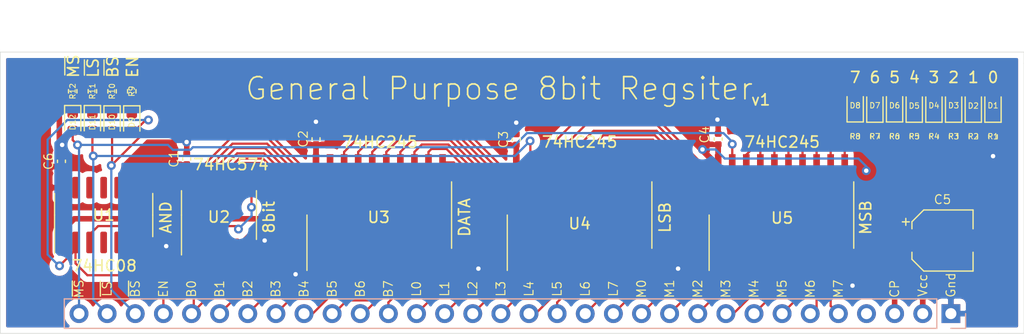
<source format=kicad_pcb>
(kicad_pcb (version 20211014) (generator pcbnew)
  (layers (0 "F.Cu" signal) (31 "B.Cu" signal) (34 "B.Paste" user) (35 "F.Paste" user) (36 "B.SilkS" user "B.Silkscreen") (37 "F.SilkS" user "F.Silkscreen") (38 "B.Mask" user) (39 "F.Mask" user) (44 "Edge.Cuts" user))
  (net 0 "")
  (net 1 "Net-(U1-Pad3)")
  (net 2 "VCC")
  (net 3 "GND")
  (net 4 "BUS_07")
  (net 5 "BUS_06")
  (net 6 "BUS_05")
  (net 7 "BUS_04")
  (net 8 "BUS_03")
  (net 9 "BUS_02")
  (net 10 "BUS_01")
  (net 11 "BUS_00")
  (net 12 "CLOCK")
  (net 13 "Net-(D1-Pad1)")
  (net 14 "A0")
  (net 15 "A1")
  (net 16 "A2")
  (net 17 "A3")
  (net 18 "A4")
  (net 19 "A5")
  (net 20 "A6")
  (net 21 "A7")
  (net 22 "Net-(D2-Pad1)")
  (net 23 "Net-(D3-Pad1)")
  (net 24 "Net-(D4-Pad1)")
  (net 25 "Net-(D5-Pad1)")
  (net 26 "Net-(D6-Pad1)")
  (net 27 "Net-(D7-Pad1)")
  (net 28 "Net-(D8-Pad1)")
  (net 29 "Net-(D9-Pad1)")
  (net 30 "Net-(D10-Pad1)")
  (net 31 "Net-(D11-Pad1)")
  (net 32 "Net-(D12-Pad1)")
  (net 33 "RESET")
  (net 34 "/EN")
  (net 35 "/BUS_OUT")
  (net 36 "/LSB_OUT")
  (net 37 "/MSB_OUT")
  (net 38 "LSB_07")
  (net 39 "LSB_06")
  (net 40 "LSB_05")
  (net 41 "LSB_00")
  (net 42 "LSB_01")
  (net 43 "LSB_02")
  (net 44 "LSB_03")
  (net 45 "LSB_04")
  (net 46 "MSB_07")
  (net 47 "MSB_06")
  (net 48 "MSB_05")
  (net 49 "MSB_00")
  (net 50 "MSB_01")
  (net 51 "MSB_02")
  (net 52 "MSB_03")
  (net 53 "MSB_04")
  (footprint "Capacitor_SMD:CP_Elec_5x5.8" (layer "F.Cu") (at 201.682 83.312)
    (fp_text reference "C5")
    (fp_text value "SMD-ECAP-5x5.8")
  )
  (footprint "LED_SMD:LED_0603_1608Metric" (layer "F.Cu") (at 128.462 72.63 -90)
    (fp_text reference "D9")
    (fp_text value "19-217/BHC-ZL1M2RY/3T")
  )
  (footprint "LED_SMD:LED_0603_1608Metric" (layer "F.Cu") (at 126.684 72.63 -90)
    (fp_text reference "D10")
    (fp_text value "19-217/BHC-ZL1M2RY/3T")
  )
  (footprint "LED_SMD:LED_0603_1608Metric" (layer "F.Cu") (at 124.906 72.6045 -90)
    (fp_text reference "D11")
    (fp_text value "19-217/BHC-ZL1M2RY/3T")
  )
  (footprint "LED_SMD:LED_0603_1608Metric" (layer "F.Cu") (at 123.128 72.6045 -90)
    (fp_text reference "D12")
    (fp_text value "19-217/BHC-ZL1M2RY/3T")
  )
  (footprint "Resistor_SMD:R_0402_1005Metric" (layer "F.Cu") (at 128.462 69.836 90)
    (fp_text reference "R9")
    (fp_text value "0402WGF1001TCE")
  )
  (footprint "Resistor_SMD:R_0402_1005Metric" (layer "F.Cu") (at 126.684 69.838 90)
    (fp_text reference "R10")
    (fp_text value "0402WGF1001TCE")
  )
  (footprint "Resistor_SMD:R_0402_1005Metric" (layer "F.Cu") (at 124.906 69.834 90)
    (fp_text reference "R11")
    (fp_text value "0402WGF1001TCE")
  )
  (footprint "Resistor_SMD:R_0402_1005Metric" (layer "F.Cu") (at 123.128 69.834 90)
    (fp_text reference "R12")
    (fp_text value "0402WGF1001TCE")
  )
  (footprint "Package_SO:SOIC-14_3.9x8.7mm_P1.27mm" (layer "F.Cu") (at 125.922 81.012 90)
    (fp_text reference "U1")
    (fp_text value "74HC08D,653")
  )
  (footprint "Capacitor_SMD:C_0402_1005Metric" (layer "F.Cu") (at 122.112 76.158 90)
    (fp_text reference "C6")
    (fp_text value "CL05A106MQ5NUNC")
  )
  (footprint "Package_SO:TSSOP-20_4.4x6.5mm_P0.65mm" (layer "F.Cu") (at 136.336 81.012 90)
    (fp_text reference "U2")
    (fp_text value "74HC574PW,118")
  )
  (footprint "Capacitor_SMD:C_0402_1005Metric" (layer "F.Cu") (at 133.424 75.948 90)
    (fp_text reference "C1")
    (fp_text value "CL05A106MQ5NUNC")
  )
  (footprint "LED_SMD:LED_0603_1608Metric" (layer "F.Cu") (at 197.352 71.12 90)
    (fp_text reference "D6")
    (fp_text value "19-217/GHC-YR1S2/3T")
  )
  (footprint "LED_SMD:LED_0603_1608Metric" (layer "F.Cu") (at 193.796 71.12 90)
    (fp_text reference "D8")
    (fp_text value "19-217/GHC-YR1S2/3T")
  )
  (footprint "Capacitor_SMD:C_0402_1005Metric" (layer "F.Cu") (at 181.422 74.148 90)
    (fp_text reference "C4")
    (fp_text value "CL05A106MQ5NUNC")
  )
  (footprint "Capacitor_SMD:C_0402_1005Metric" (layer "F.Cu") (at 145.104 74.138 90)
    (fp_text reference "C2")
    (fp_text value "CL05A106MQ5NUNC")
  )
  (footprint "Capacitor_SMD:C_0402_1005Metric" (layer "F.Cu") (at 163.188 74.188 90)
    (fp_text reference "C3")
    (fp_text value "CL05A106MQ5NUNC")
  )
  (footprint "Package_SO:SO-20_12.8x7.5mm_P1.27mm" (layer "F.Cu") (at 168.9056 81.012 90)
    (fp_text reference "U4")
    (fp_text value "74HC245D,653")
  )
  (footprint "Package_SO:SO-20_12.8x7.5mm_P1.27mm" (layer "F.Cu") (at 150.814 81.012 90)
    (fp_text reference "U3")
    (fp_text value "74HC245D,653")
  )
  (footprint "Package_SO:SO-20_12.8x7.5mm_P1.27mm" (layer "F.Cu") (at 187.136 81.012 90)
    (fp_text reference "U5")
    (fp_text value "74HC245D,653")
  )
  (footprint "Resistor_SMD:R_0402_1005Metric" (layer "F.Cu") (at 197.352 73.914 -90)
    (fp_text reference "R6")
    (fp_text value "0402WGF1001TCE")
  )
  (footprint "Resistor_SMD:R_0402_1005Metric" (layer "F.Cu") (at 199.13 73.912 -90)
    (fp_text reference "R5")
    (fp_text value "0402WGF1001TCE")
  )
  (footprint "Resistor_SMD:R_0402_1005Metric" (layer "F.Cu") (at 200.908 73.916 -90)
    (fp_text reference "R4")
    (fp_text value "0402WGF1001TCE")
  )
  (footprint "Resistor_SMD:R_0402_1005Metric" (layer "F.Cu") (at 202.686 73.914 -90)
    (fp_text reference "R3")
    (fp_text value "0402WGF1001TCE")
  )
  (footprint "LED_SMD:LED_0603_1608Metric" (layer "F.Cu") (at 195.574 71.1455 90)
    (fp_text reference "D7")
    (fp_text value "19-217/GHC-YR1S2/3T")
  )
  (footprint "LED_SMD:LED_0603_1608Metric" (layer "F.Cu") (at 199.13 71.1455 90)
    (fp_text reference "D5")
    (fp_text value "19-217/GHC-YR1S2/3T")
  )
  (footprint "LED_SMD:LED_0603_1608Metric" (layer "F.Cu") (at 206.242 71.1455 90)
    (fp_text reference "D1")
    (fp_text value "19-217/GHC-YR1S2/3T")
  )
  (footprint "Resistor_SMD:R_0402_1005Metric" (layer "F.Cu") (at 206.242 73.914 -90)
    (fp_text reference "R1")
    (fp_text value "0402WGF1001TCE")
  )
  (footprint "LED_SMD:LED_0603_1608Metric" (layer "F.Cu") (at 202.686 71.1455 90)
    (fp_text reference "D3")
    (fp_text value "19-217/GHC-YR1S2/3T")
  )
  (footprint "Resistor_SMD:R_0402_1005Metric" (layer "F.Cu") (at 204.464 73.914 -90)
    (fp_text reference "R2")
    (fp_text value "0402WGF1001TCE")
  )
  (footprint "LED_SMD:LED_0603_1608Metric" (layer "F.Cu") (at 204.464 71.1455 90)
    (fp_text reference "D2")
    (fp_text value "19-217/GHC-YR1S2/3T")
  )
  (footprint "Resistor_SMD:R_0402_1005Metric" (layer "F.Cu") (at 193.796 73.914 -90)
    (fp_text reference "R8")
    (fp_text value "0402WGF1001TCE")
  )
  (footprint "Resistor_SMD:R_0402_1005Metric" (layer "F.Cu") (at 195.574 73.914 -90)
    (fp_text reference "R7")
    (fp_text value "0402WGF1001TCE")
  )
  (footprint "LED_SMD:LED_0603_1608Metric" (layer "F.Cu") (at 200.908 71.1455 90)
    (fp_text reference "D4")
    (fp_text value "19-217/GHC-YR1S2/3T")
  )
  (footprint "Connector_PinHeader_2.54mm:PinHeader_1x32_P2.54mm_Vertical" (layer "B.Cu") (at 202.438 89.916 90)
    (fp_text reference "J1" hide)
    (fp_text value "Conn_01x32" hide)
  )
  (gr_line (start 125.954 66.998) (end 125.954 68.378) (layer "F.SilkS") (width 0.12))
  (gr_line (start 125.624 86.978) (end 125.624 88.328) (layer "F.SilkS") (width 0.12))
  (gr_line (start 128.174 86.978) (end 128.174 88.328) (layer "F.SilkS") (width 0.12))
  (gr_line (start 124.184 66.998) (end 124.184 68.378) (layer "F.SilkS") (width 0.12))
  (gr_line (start 123.094 86.978) (end 123.094 88.328) (layer "F.SilkS") (width 0.12))
  (gr_line (start 122.414 66.718) (end 122.414 68.358) (layer "F.SilkS") (width 0.12))
  (gr_line (start 209.042 67.31) (end 209.042 91.694) (layer "Edge.Cuts") (width 0.05))
  (gr_line (start 116.586 67.31) (end 116.586 91.694) (layer "Edge.Cuts") (width 0.05))
  (gr_line (start 206.756 91.694) (end 209.042 91.694) (layer "Edge.Cuts") (width 0.05))
  (gr_line (start 116.586 66.294) (end 116.586 67.31) (layer "Edge.Cuts") (width 0.05))
  (gr_line (start 116.586 91.694) (end 206.756 91.694) (layer "Edge.Cuts") (width 0.05))
  (gr_line (start 209.042 67.31) (end 209.042 66.294) (layer "Edge.Cuts") (width 0.05))
  (gr_line (start 209.042 66.294) (end 116.586 66.294) (layer "Edge.Cuts") (width 0.05))
  (gr_text "1" (at 204.47 68.58) (layer "F.SilkS") (effects (font (size 1 1))))
  (gr_text "2" (at 202.692 68.58) (layer "F.SilkS") (effects (font (size 1 1))))
  (gr_text "3" (at 200.914 68.58) (layer "F.SilkS") (effects (font (size 1 1))))
  (gr_text "4" (at 199.136 68.58) (layer "F.SilkS") (effects (font (size 1 1))))
  (gr_text "5" (at 197.358 68.58) (layer "F.SilkS") (effects (font (size 1 1))))
  (gr_text "6" (at 195.58 68.58) (layer "F.SilkS") (effects (font (size 1 1))))
  (gr_text "7" (at 193.802 68.58) (layer "F.SilkS") (effects (font (size 1 1))))
  (gr_text "LS" (at 124.964 67.718 90) (layer "F.SilkS") (effects (font (size 1 1))))
  (gr_text "BS" (at 126.744 67.628 90) (layer "F.SilkS") (effects (font (size 1 1))))
  (gr_text "EN" (at 128.524 67.628 90) (layer "F.SilkS") (effects (font (size 1 1))))
  (gr_text "MS" (at 123.19 67.564 90) (layer "F.SilkS") (effects (font (size 1 1))))
  (gr_text "MS" (at 123.694 87.678 90) (layer "F.SilkS") (effects (font (size 0.8 0.8) (thickness 0.1))))
  (gr_text "LS" (at 126.234 87.678 90) (layer "F.SilkS") (effects (font (size 0.8 0.8) (thickness 0.1))))
  (gr_text "BS" (at 128.774 87.678 90) (layer "F.SilkS") (effects (font (size 0.8 0.8) (thickness 0.1))))
  (gr_text "EN" (at 131.314 87.678 90) (layer "F.SilkS") (effects (font (size 0.8 0.8) (thickness 0.1))))
  (gr_text "B0" (at 133.854 87.678 90) (layer "F.SilkS") (effects (font (size 0.8 0.8) (thickness 0.1))))
  (gr_text "B1" (at 136.394 87.678 90) (layer "F.SilkS") (effects (font (size 0.8 0.8) (thickness 0.1))))
  (gr_text "B2" (at 138.934 87.678 90) (layer "F.SilkS") (effects (font (size 0.8 0.8) (thickness 0.1))))
  (gr_text "B3" (at 141.474 87.678 90) (layer "F.SilkS") (effects (font (size 0.8 0.8) (thickness 0.1))))
  (gr_text "B4" (at 144.014 87.678 90) (layer "F.SilkS") (effects (font (size 0.8 0.8) (thickness 0.1))))
  (gr_text "B5" (at 146.554 87.678 90) (layer "F.SilkS") (effects (font (size 0.8 0.8) (thickness 0.1))))
  (gr_text "B6" (at 149.094 87.678 90) (layer "F.SilkS") (effects (font (size 0.8 0.8) (thickness 0.1))))
  (gr_text "B7" (at 151.634 87.678 90) (layer "F.SilkS") (effects (font (size 0.8 0.8) (thickness 0.1))))
  (gr_text "L0" (at 154.174 87.678 90) (layer "F.SilkS") (effects (font (size 0.8 0.8) (thickness 0.1))))
  (gr_text "L1" (at 156.714 87.678 90) (layer "F.SilkS") (effects (font (size 0.8 0.8) (thickness 0.1))))
  (gr_text "L2" (at 159.254 87.678 90) (layer "F.SilkS") (effects (font (size 0.8 0.8) (thickness 0.1))))
  (gr_text "L3" (at 161.794 87.678 90) (layer "F.SilkS") (effects (font (size 0.8 0.8) (thickness 0.1))))
  (gr_text "L4" (at 164.334 87.678 90) (layer "F.SilkS") (effects (font (size 0.8 0.8) (thickness 0.1))))
  (gr_text "L5" (at 166.874 87.678 90) (layer "F.SilkS") (effects (font (size 0.8 0.8) (thickness 0.1))))
  (gr_text "L6" (at 169.414 87.678 90) (layer "F.SilkS") (effects (font (size 0.8 0.8) (thickness 0.1))))
  (gr_text "L7" (at 171.954 87.678 90) (layer "F.SilkS") (effects (font (size 0.8 0.8) (thickness 0.1))))
  (gr_text "M0" (at 174.494 87.678 90) (layer "F.SilkS") (effects (font (size 0.8 0.8) (thickness 0.1))))
  (gr_text "M1" (at 177.034 87.678 90) (layer "F.SilkS") (effects (font (size 0.8 0.8) (thickness 0.1))))
  (gr_text "M2" (at 179.574 87.678 90) (layer "F.SilkS") (effects (font (size 0.8 0.8) (thickness 0.1))))
  (gr_text "M3" (at 182.114 87.678 90) (layer "F.SilkS") (effects (font (size 0.8 0.8) (thickness 0.1))))
  (gr_text "M4" (at 184.654 87.678 90) (layer "F.SilkS") (effects (font (size 0.8 0.8) (thickness 0.1))))
  (gr_text "M5" (at 187.194 87.678 90) (layer "F.SilkS") (effects (font (size 0.8 0.8) (thickness 0.1))))
  (gr_text "M6" (at 189.734 87.678 90) (layer "F.SilkS") (effects (font (size 0.8 0.8) (thickness 0.1))))
  (gr_text "M7" (at 192.274 87.678 90) (layer "F.SilkS") (effects (font (size 0.8 0.8) (thickness 0.1))))
  (gr_text "CP" (at 197.354 87.678 90) (layer "F.SilkS") (effects (font (size 0.8 0.8) (thickness 0.1))))
  (gr_text "Vcc" (at 199.894 87.358 90) (layer "F.SilkS") (effects (font (size 0.8 0.8) (thickness 0.1))))
  (gr_text "Gnd" (at 202.434 87.338 90) (layer "F.SilkS") (effects (font (size 0.8 0.8) (thickness 0.1))))
  (gr_text "LSB" (at 176.614 81.228 90) (layer "F.SilkS") (effects (font (size 1 1))))
  (gr_text "DATA" (at 158.514 81.228 90) (layer "F.SilkS") (effects (font (size 1 1))))
  (gr_text "AND" (at 131.534 81.218 90) (layer "F.SilkS") (effects (font (size 1 1))))
  (gr_text "8bit" (at 140.854 81.208 90) (layer "F.SilkS") (effects (font (size 1 1))))
  (gr_text "MSB" (at 194.744 81.238 90) (layer "F.SilkS") (effects (font (size 1 1))))
  (gr_text "v1" (at 185.272 70.606) (layer "F.SilkS") (effects (font (size 1 1))))
  (gr_text "General Purpose 8bit Regsiter" (at 161.65 69.59) (layer "F.SilkS") (effects (font (size 2 2))))
  (gr_text "0" (at 206.248 68.58) (layer "F.SilkS") (effects (font (size 1 1))))
  (segment (start 124.652 82.78) (end 125.424 82.008) (width 0.2) (layer "F.Cu") (net 1))
  (segment (start 139.274 80.308) (end 139.274 78.1625) (width 0.2) (layer "F.Cu") (net 1))
  (segment (start 125.424 82.008) (end 137.824 82.008) (width 0.2) (layer "F.Cu") (net 1))
  (segment (start 139.274 78.1625) (end 139.261 78.1495) (width 0.2) (layer "F.Cu") (net 1))
  (segment (start 137.824 82.008) (end 138.094 82.278) (width 0.2) (layer "F.Cu") (net 1))
  (segment (start 124.652 83.487) (end 124.652 82.78) (width 0.2) (layer "F.Cu") (net 1))
  (via (at 139.274 80.308) (size 0.8) (drill 0.4) (layers "F.Cu" "B.Cu") (net 1))
  (via (at 138.094 82.278) (size 0.8) (drill 0.4) (layers "F.Cu" "B.Cu") (net 1))
  (segment (start 138.094 82.278) (end 139.284 81.088) (width 0.2) (layer "B.Cu") (net 1))
  (segment (start 139.284 81.088) (end 139.284 80.318) (width 0.2) (layer "B.Cu") (net 1))
  (segment (start 139.284 80.318) (end 139.274 80.308) (width 0.2) (layer "B.Cu") (net 1))
  (segment (start 133.411 76.441) (end 133.424 76.428) (width 0.25) (layer "F.Cu") (net 2))
  (segment (start 181.422 74.628) (end 181.422 76.261) (width 0.5) (layer "F.Cu") (net 2))
  (segment (start 163.188 74.668) (end 163.188 76.2594) (width 0.5) (layer "F.Cu") (net 2))
  (segment (start 145.104 74.618) (end 145.104 76.257) (width 0.5) (layer "F.Cu") (net 2))
  (segment (start 199.482 83.312) (end 199.482 86.452) (width 0.5) (layer "F.Cu") (net 2))
  (segment (start 181.422 76.261) (end 181.421 76.262) (width 0.5) (layer "F.Cu") (net 2))
  (segment (start 199.482 86.452) (end 199.898 86.868) (width 0.5) (layer "F.Cu") (net 2))
  (segment (start 181.138 76.262) (end 180.004 75.128) (width 0.5) (layer "F.Cu") (net 2))
  (segment (start 199.898 86.868) (end 199.898 89.916) (width 0.5) (layer "F.Cu") (net 2))
  (segment (start 133.411 78.1495) (end 133.411 76.441) (width 0.25) (layer "F.Cu") (net 2))
  (segment (start 145.104 76.257) (end 145.099 76.262) (width 0.5) (layer "F.Cu") (net 2))
  (segment (start 122.112 76.638) (end 122.112 78.537) (width 0.25) (layer "F.Cu") (net 2))
  (segment (start 180.004 75.128) (end 180.004 75.088) (width 0.5) (layer "F.Cu") (net 2))
  (segment (start 163.188 76.2594) (end 163.1906 76.262) (width 0.5) (layer "F.Cu") (net 2))
  (segment (start 181.421 76.262) (end 181.138 76.262) (width 0.5) (layer "F.Cu") (net 2))
  (via (at 194.794 77.008) (size 0.8) (drill 0.4) (layers "F.Cu" "B.Cu") (net 2))
  (via (at 180.004 75.088) (size 0.8) (drill 0.4) (layers "F.Cu" "B.Cu") (net 2))
  (segment (start 194.794 76.618) (end 194.794 77.008) (width 0.2) (layer "B.Cu") (net 2))
  (segment (start 194.084 75.908) (end 194.794 76.618) (width 0.2) (layer "B.Cu") (net 2))
  (segment (start 180.004 75.088) (end 181.194 75.088) (width 0.2) (layer "B.Cu") (net 2))
  (segment (start 181.194 75.088) (end 182.014 75.908) (width 0.2) (layer "B.Cu") (net 2))
  (segment (start 182.014 75.908) (end 194.084 75.908) (width 0.2) (layer "B.Cu") (net 2))
  (segment (start 145.108 73.64) (end 145.108 72.668) (width 0.5) (layer "F.Cu") (net 3))
  (segment (start 133.428 75.47) (end 133.428 74.498) (width 0.5) (layer "F.Cu") (net 3))
  (segment (start 163.198 73.72) (end 163.198 72.748) (width 0.5) (layer "F.Cu") (net 3))
  (segment (start 128.46 69.324) (end 128.462 69.326) (width 0.5) (layer "F.Cu") (net 3))
  (segment (start 181.446 85.917) (end 177.865 85.917) (width 0.5) (layer "F.Cu") (net 3))
  (segment (start 129.732 83.487) (end 131.239 83.487) (width 0.5) (layer "F.Cu") (net 3))
  (segment (start 121.92 70.212) (end 121.92 74.422) (width 0.5) (layer "F.Cu") (net 3))
  (segment (start 192.851 86.685) (end 193.554 87.388) (width 0.5) (layer "F.Cu") (net 3))
  (segment (start 123.128 69.324) (end 122.808 69.324) (width 0.5) (layer "F.Cu") (net 3))
  (segment (start 123.128 69.324) (end 128.46 69.324) (width 0.5) (layer "F.Cu") (net 3))
  (segment (start 139.261 83.8745) (end 139.8995 83.8745) (width 0.5) (layer "F.Cu") (net 3))
  (segment (start 159.676 85.762) (end 159.766 85.852) (width 0.5) (layer "F.Cu") (net 3))
  (segment (start 156.529 85.762) (end 159.676 85.762) (width 0.5) (layer "F.Cu") (net 3))
  (segment (start 133.411 83.8745) (end 131.6265 83.8745) (width 0.5) (layer "F.Cu") (net 3))
  (segment (start 181.422 73.668) (end 181.422 72.456) (width 0.5) (layer "F.Cu") (net 3))
  (segment (start 177.71 85.762) (end 177.8 85.852) (width 0.5) (layer "F.Cu") (net 3))
  (segment (start 193.796 74.424) (end 206.242 74.424) (width 0.5) (layer "F.Cu") (net 3))
  (segment (start 174.6206 85.762) (end 177.71 85.762) (width 0.5) (layer "F.Cu") (net 3))
  (segment (start 192.851 85.762) (end 192.851 86.685) (width 0.5) (layer "F.Cu") (net 3))
  (segment (start 203.882 86.44) (end 202.438 87.884) (width 0.5) (layer "F.Cu") (net 3))
  (segment (start 177.865 85.917) (end 177.8 85.852) (width 0.5) (layer "F.Cu") (net 3))
  (segment (start 131.6265 83.8745) (end 131.572 83.82) (width 0.5) (layer "F.Cu") (net 3))
  (segment (start 202.438 87.884) (end 202.438 89.916) (width 0.5) (layer "F.Cu") (net 3))
  (segment (start 206.248 75.438) (end 206.248 75.692) (width 0.5) (layer "F.Cu") (net 3))
  (segment (start 206.242 75.432) (end 206.248 75.438) (width 0.5) (layer "F.Cu") (net 3))
  (segment (start 203.882 83.312) (end 203.882 86.44) (width 0.5) (layer "F.Cu") (net 3))
  (segment (start 143.854 85.762) (end 143.256 86.36) (width 0.5) (layer "F.Cu") (net 3))
  (segment (start 181.422 72.456) (end 181.356 72.39) (width 0.5) (layer "F.Cu") (net 3))
  (segment (start 131.239 83.487) (end 131.572 83.82) (width 0.5) (layer "F.Cu") (net 3))
  (segment (start 121.92 74.422) (end 122.174 74.676) (width 0.5) (layer "F.Cu") (net 3))
  (segment (start 159.856 85.762) (end 159.766 85.852) (width 0.5) (layer "F.Cu") (net 3))
  (segment (start 139.8995 83.8745) (end 140.462 83.312) (width 0.5) (layer "F.Cu") (net 3))
  (segment (start 122.112 75.678) (end 122.174 74.676) (width 0.5) (layer "F.Cu") (net 3))
  (segment (start 122.808 69.324) (end 121.92 70.212) (width 0.5) (layer "F.Cu") (net 3))
  (segment (start 145.099 85.762) (end 143.854 85.762) (width 0.5) (layer "F.Cu") (net 3))
  (segment (start 206.242 74.424) (end 206.242 75.432) (width 0.5) (layer "F.Cu") (net 3))
  (segment (start 163.1906 85.762) (end 159.856 85.762) (width 0.5) (layer "F.Cu") (net 3))
  (via (at 177.8 85.852) (size 0.8) (drill 0.4) (layers "F.Cu" "B.Cu") (net 3))
  (via (at 159.766 85.852) (size 0.8) (drill 0.4) (layers "F.Cu" "B.Cu") (net 3))
  (via (at 131.572 83.82) (size 0.8) (drill 0.4) (layers "F.Cu" "B.Cu") (net 3))
  (via (at 145.094 72.588) (size 0.8) (drill 0.4) (layers "F.Cu" "B.Cu") (net 3))
  (via (at 133.414 74.418) (size 0.8) (drill 0.4) (layers "F.Cu" "B.Cu") (net 3))
  (via (at 163.184 72.668) (size 0.8) (drill 0.4) (layers "F.Cu" "B.Cu") (net 3))
  (via (at 193.554 87.388) (size 0.8) (drill 0.4) (layers "F.Cu" "B.Cu") (net 3))
  (via (at 140.462 83.312) (size 0.8) (drill 0.4) (layers "F.Cu" "B.Cu") (net 3))
  (via (at 143.256 86.36) (size 0.8) (drill 0.4) (layers "F.Cu" "B.Cu") (net 3))
  (via (at 122.174 74.676) (size 0.8) (drill 0.4) (layers "F.Cu" "B.Cu") (net 3))
  (via (at 181.356 72.39) (size 0.8) (drill 0.4) (layers "F.Cu" "B.Cu") (net 3))
  (via (at 206.248 75.692) (size 0.8) (drill 0.4) (layers "F.Cu" "B.Cu") (net 3))
  (segment (start 151.638 88.9) (end 151.638 89.916) (width 0.2) (layer "F.Cu") (net 4))
  (segment (start 152.146 88.392) (end 151.638 88.9) (width 0.2) (layer "F.Cu") (net 4))
  (segment (start 138.611 83.131) (end 139.7 82.042) (width 0.2) (layer "F.Cu") (net 4))
  (segment (start 152.489 82.042) (end 155.259 84.812) (width 0.2) (layer "F.Cu") (net 4))
  (segment (start 155.259 84.812) (end 155.259 85.762) (width 0.2) (layer "F.Cu") (net 4))
  (segment (start 155.259 86.712) (end 153.579 88.392) (width 0.2) (layer "F.Cu") (net 4))
  (segment (start 139.7 82.042) (end 152.489 82.042) (width 0.2) (layer "F.Cu") (net 4))
  (segment (start 153.579 88.392) (end 152.146 88.392) (width 0.2) (layer "F.Cu") (net 4))
  (segment (start 138.611 83.8745) (end 138.611 83.131) (width 0.2) (layer "F.Cu") (net 4))
  (segment (start 155.259 85.762) (end 155.259 86.712) (width 0.2) (layer "F.Cu") (net 4))
  (segment (start 153.989 85.762) (end 153.989 86.712) (width 0.2) (layer "F.Cu") (net 5))
  (segment (start 152.778978 87.922022) (end 151.370378 87.922022) (width 0.2) (layer "F.Cu") (net 5))
  (segment (start 137.961 83.8745) (end 137.961 84.612) (width 0.2) (layer "F.Cu") (net 5))
  (segment (start 139.887555 85.121945) (end 142.567489 82.442011) (width 0.2) (layer "F.Cu") (net 5))
  (segment (start 142.567489 82.442011) (end 151.619011 82.442011) (width 0.2) (layer "F.Cu") (net 5))
  (segment (start 153.989 84.812) (end 153.989 85.762) (width 0.2) (layer "F.Cu") (net 5))
  (segment (start 153.989 86.712) (end 152.778978 87.922022) (width 0.2) (layer "F.Cu") (net 5))
  (segment (start 138.470945 85.121945) (end 139.887555 85.121945) (width 0.2) (layer "F.Cu") (net 5))
  (segment (start 151.619011 82.442011) (end 153.989 84.812) (width 0.2) (layer "F.Cu") (net 5))
  (segment (start 151.370378 87.922022) (end 149.3764 89.916) (width 0.2) (layer "F.Cu") (net 5))
  (segment (start 137.961 84.612) (end 138.470945 85.121945) (width 0.2) (layer "F.Cu") (net 5))
  (segment (start 149.3764 89.916) (end 149.098 89.916) (width 0.2) (layer "F.Cu") (net 5))
  (segment (start 140.053244 85.521956) (end 142.733178 82.842022) (width 0.2) (layer "F.Cu") (net 6))
  (segment (start 137.311 84.612) (end 138.220956 85.521956) (width 0.2) (layer "F.Cu") (net 6))
  (segment (start 152.719 84.812) (end 152.719 85.762) (width 0.2) (layer "F.Cu") (net 6))
  (segment (start 150.004656 88.722044) (end 147.891756 88.722044) (width 0.2) (layer "F.Cu") (net 6))
  (segment (start 138.220956 85.521956) (end 140.053244 85.521956) (width 0.2) (layer "F.Cu") (net 6))
  (segment (start 147.891756 88.722044) (end 146.6978 89.916) (width 0.2) (layer "F.Cu") (net 6))
  (segment (start 142.733178 82.842022) (end 150.749022 82.842022) (width 0.2) (layer "F.Cu") (net 6))
  (segment (start 146.6978 89.916) (end 146.558 89.916) (width 0.2) (layer "F.Cu") (net 6))
  (segment (start 152.719 85.762) (end 152.719 86.0077) (width 0.2) (layer "F.Cu") (net 6))
  (segment (start 150.749022 82.842022) (end 152.719 84.812) (width 0.2) (layer "F.Cu") (net 6))
  (segment (start 137.311 83.8745) (end 137.311 84.612) (width 0.2) (layer "F.Cu") (net 6))
  (segment (start 152.719 86.0077) (end 150.004656 88.722044) (width 0.2) (layer "F.Cu") (net 6))
  (segment (start 140.218933 85.921967) (end 142.898867 83.242033) (width 0.2) (layer "F.Cu") (net 7))
  (segment (start 149.838967 88.322033) (end 146.391769 88.322033) (width 0.2) (layer "F.Cu") (net 7))
  (segment (start 136.661 84.612) (end 137.970967 85.921967) (width 0.2) (layer "F.Cu") (net 7))
  (segment (start 137.970967 85.921967) (end 140.218933 85.921967) (width 0.2) (layer "F.Cu") (net 7))
  (segment (start 151.449 86.712) (end 149.838967 88.322033) (width 0.2) (layer "F.Cu") (net 7))
  (segment (start 151.449 84.812) (end 151.449 85.762) (width 0.2) (layer "F.Cu") (net 7))
  (segment (start 149.879033 83.242033) (end 151.449 84.812) (width 0.2) (layer "F.Cu") (net 7))
  (segment (start 151.449 85.762) (end 151.449 86.712) (width 0.2) (layer "F.Cu") (net 7))
  (segment (start 144.797802 89.916) (end 144.018 89.916) (width 0.2) (layer "F.Cu") (net 7))
  (segment (start 136.661 83.8745) (end 136.661 84.612) (width 0.2) (layer "F.Cu") (net 7))
  (segment (start 146.391769 88.322033) (end 144.797802 89.916) (width 0.2) (layer "F.Cu") (net 7))
  (segment (start 142.898867 83.242033) (end 149.879033 83.242033) (width 0.2) (layer "F.Cu") (net 7))
  (segment (start 140.384622 86.321978) (end 143.064556 83.642044) (width 0.2) (layer "F.Cu") (net 8))
  (segment (start 145.572069 88.576033) (end 142.817967 88.576033) (width 0.2) (layer "F.Cu") (net 8))
  (segment (start 149.153011 87.737989) (end 146.410113 87.737989) (width 0.2) (layer "F.Cu") (net 8))
  (segment (start 150.179 86.712) (end 149.153011 87.737989) (width 0.2) (layer "F.Cu") (net 8))
  (segment (start 143.064556 83.642044) (end 149.009044 83.642044) (width 0.2) (layer "F.Cu") (net 8))
  (segment (start 150.179 84.812) (end 150.179 85.762) (width 0.2) (layer "F.Cu") (net 8))
  (segment (start 136.011 83.8745) (end 136.011 84.612) (width 0.2) (layer "F.Cu") (net 8))
  (segment (start 137.720978 86.321978) (end 140.384622 86.321978) (width 0.2) (layer "F.Cu") (net 8))
  (segment (start 142.817967 88.576033) (end 141.478 89.916) (width 0.2) (layer "F.Cu") (net 8))
  (segment (start 136.011 84.612) (end 137.720978 86.321978) (width 0.2) (layer "F.Cu") (net 8))
  (segment (start 146.410113 87.737989) (end 145.572069 88.576033) (width 0.2) (layer "F.Cu") (net 8))
  (segment (start 150.179 85.762) (end 150.179 86.712) (width 0.2) (layer "F.Cu") (net 8))
  (segment (start 149.009044 83.642044) (end 150.179 84.812) (width 0.2) (layer "F.Cu") (net 8))
  (segment (start 148.283022 87.337978) (end 146.244424 87.337978) (width 0.2) (layer "F.Cu") (net 9))
  (segment (start 148.909 85.762) (end 148.909 86.712) (width 0.2) (layer "F.Cu") (net 9))
  (segment (start 141.276992 88.512108) (end 140.341892 88.512108) (width 0.2) (layer "F.Cu") (net 9))
  (segment (start 135.361 84.612) (end 137.470989 86.721989) (width 0.2) (layer "F.Cu") (net 9))
  (segment (start 143.230245 84.042055) (end 148.139055 84.042055) (width 0.2) (layer "F.Cu") (net 9))
  (segment (start 148.139055 84.042055) (end 148.909 84.812) (width 0.2) (layer "F.Cu") (net 9))
  (segment (start 148.909 86.712) (end 148.283022 87.337978) (width 0.2) (layer "F.Cu") (net 9))
  (segment (start 140.341892 88.512108) (end 138.938 89.916) (width 0.2) (layer "F.Cu") (net 9))
  (segment (start 135.361 83.8745) (end 135.361 84.612) (width 0.2) (layer "F.Cu") (net 9))
  (segment (start 146.244424 87.337978) (end 145.40638 88.176022) (width 0.2) (layer "F.Cu") (net 9))
  (segment (start 140.550311 86.721989) (end 143.230245 84.042055) (width 0.2) (layer "F.Cu") (net 9))
  (segment (start 148.909 84.812) (end 148.909 85.762) (width 0.2) (layer "F.Cu") (net 9))
  (segment (start 145.40638 88.176022) (end 141.613078 88.176022) (width 0.2) (layer "F.Cu") (net 9))
  (segment (start 141.613078 88.176022) (end 141.276992 88.512108) (width 0.2) (layer "F.Cu") (net 9))
  (segment (start 137.470989 86.721989) (end 140.550311 86.721989) (width 0.2) (layer "F.Cu") (net 9))
  (segment (start 141.111303 88.112097) (end 138.201903 88.112097) (width 0.2) (layer "F.Cu") (net 10))
  (segment (start 143.395934 84.442066) (end 147.269066 84.442066) (width 0.2) (layer "F.Cu") (net 10))
  (segment (start 134.711 83.8745) (end 134.711 84.612) (width 0.2) (layer "F.Cu") (net 10))
  (segment (start 134.711 84.612) (end 137.221 87.122) (width 0.2) (layer "F.Cu") (net 10))
  (segment (start 147.639 86.712) (end 147.413033 86.937967) (width 0.2) (layer "F.Cu") (net 10))
  (segment (start 147.413033 86.937967) (end 146.078735 86.937967) (width 0.2) (layer "F.Cu") (net 10))
  (segment (start 147.269066 84.442066) (end 147.639 84.812) (width 0.2) (layer "F.Cu") (net 10))
  (segment (start 141.447389 87.776011) (end 141.111303 88.112097) (width 0.2) (layer "F.Cu") (net 10))
  (segment (start 146.078735 86.937967) (end 145.240691 87.776011) (width 0.2) (layer "F.Cu") (net 10))
  (segment (start 137.221 87.122) (end 140.716 87.122) (width 0.2) (layer "F.Cu") (net 10))
  (segment (start 145.240691 87.776011) (end 141.447389 87.776011) (width 0.2) (layer "F.Cu") (net 10))
  (segment (start 140.716 87.122) (end 143.395934 84.442066) (width 0.2) (layer "F.Cu") (net 10))
  (segment (start 147.639 84.812) (end 147.639 85.762) (width 0.2) (layer "F.Cu") (net 10))
  (segment (start 147.639 85.762) (end 147.639 86.712) (width 0.2) (layer "F.Cu") (net 10))
  (segment (start 138.201903 88.112097) (end 136.398 89.916) (width 0.2) (layer "F.Cu") (net 10))
  (segment (start 141.2817 87.376) (end 140.945614 87.712086) (width 0.2) (layer "F.Cu") (net 11))
  (segment (start 134.061 83.8745) (end 134.061 89.713) (width 0.2) (layer "F.Cu") (net 11))
  (segment (start 146.369 86.082002) (end 145.075002 87.376) (width 0.2) (layer "F.Cu") (net 11))
  (segment (start 140.945614 87.712086) (end 136.061914 87.712086) (width 0.2) (layer "F.Cu") (net 11))
  (segment (start 134.061 89.713) (end 133.858 89.916) (width 0.2) (layer "F.Cu") (net 11))
  (segment (start 136.061914 87.712086) (end 133.858 89.916) (width 0.2) (layer "F.Cu") (net 11))
  (segment (start 145.075002 87.376) (end 141.2817 87.376) (width 0.2) (layer "F.Cu") (net 11))
  (segment (start 146.369 85.762) (end 146.369 86.082002) (width 0.2) (layer "F.Cu") (net 11))
  (segment (start 153.644 81.348) (end 147.536433 81.348) (width 0.5) (layer "F.Cu") (net 12))
  (segment (start 197.358 87.312) (end 193.014 82.968) (width 0.5) (layer "F.Cu") (net 12))
  (segment (start 155.264 82.968) (end 153.644 81.348) (width 0.5) (layer "F.Cu") (net 12))
  (segment (start 143.273667 81.348) (end 123.276 81.348) (width 0.5) (layer "F.Cu") (net 12))
  (segment (start 147.536433 81.348) (end 147.516422 81.368011) (width 0.5) (layer "F.Cu") (net 12))
  (segment (start 122.112 82.512) (end 122.112 83.487) (width 0.5) (layer "F.Cu") (net 12))
  (segment (start 193.014 82.968) (end 155.264 82.968) (width 0.5) (layer "F.Cu") (net 12))
  (segment (start 197.358 89.916) (end 197.358 87.312) (width 0.5) (layer "F.Cu") (net 12))
  (segment (start 143.293678 81.368011) (end 143.273667 81.348) (width 0.5) (layer "F.Cu") (net 12))
  (segment (start 123.276 81.348) (end 122.112 82.512) (width 0.5) (layer "F.Cu") (net 12))
  (segment (start 147.516422 81.368011) (end 143.293678 81.368011) (width 0.5) (layer "F.Cu") (net 12))
  (segment (start 206.242 73.404) (end 206.242 71.933) (width 0.5) (layer "F.Cu") (net 13))
  (segment (start 150.307 72.644) (end 157.8839 72.644) (width 0.2) (layer "F.Cu") (net 14))
  (segment (start 147.639 75.312) (end 150.307 72.644) (width 0.2) (layer "F.Cu") (net 14))
  (segment (start 183.709077 77.463923) (end 183.961 77.212) (width 0.2) (layer "F.Cu") (net 14))
  (segment (start 147.127 77.724) (end 147.639 77.212) (width 0.2) (layer "F.Cu") (net 14))
  (segment (start 203.078925 67.194925) (end 206.242 70.358) (width 0.2) (layer "F.Cu") (net 14))
  (segment (start 162.9639 77.724) (end 165.2186 77.724) (width 0.2) (layer "F.Cu") (net 14))
  (segment (start 183.961 77.212) (end 183.961 76.262) (width 0.2) (layer "F.Cu") (net 14))
  (segment (start 175.9812 72.39) (end 181.055123 77.463923) (width 0.2) (layer "F.Cu") (net 14))
  (segment (start 147.639 76.262) (end 147.639 75.312) (width 0.2) (layer "F.Cu") (net 14))
  (segment (start 140.849298 74.168) (end 144.405298 77.724) (width 0.2) (layer "F.Cu") (net 14))
  (segment (start 181.055123 77.463923) (end 183.709077 77.463923) (width 0.2) (layer "F.Cu") (net 14))
  (segment (start 183.961 75.564663) (end 192.330736 67.194925) (width 0.2) (layer "F.Cu") (net 14))
  (segment (start 168.6526 72.39) (end 175.9812 72.39) (width 0.2) (layer "F.Cu") (net 14))
  (segment (start 165.7306 75.312) (end 168.6526 72.39) (width 0.2) (layer "F.Cu") (net 14))
  (segment (start 134.061 77.412) (end 137.305 74.168) (width 0.2) (layer "F.Cu") (net 14))
  (segment (start 183.961 76.262) (end 183.961 75.564663) (width 0.2) (layer "F.Cu") (net 14))
  (segment (start 165.7306 77.212) (end 165.7306 76.262) (width 0.2) (layer "F.Cu") (net 14))
  (segment (start 192.330736 67.194925) (end 203.078925 67.194925) (width 0.2) (layer "F.Cu") (net 14))
  (segment (start 147.639 77.212) (end 147.639 76.262) (width 0.2) (layer "F.Cu") (net 14))
  (segment (start 137.305 74.168) (end 140.849298 74.168) (width 0.2) (layer "F.Cu") (net 14))
  (segment (start 165.2186 77.724) (end 165.7306 77.212) (width 0.2) (layer "F.Cu") (net 14))
  (segment (start 144.405298 77.724) (end 147.127 77.724) (width 0.2) (layer "F.Cu") (net 14))
  (segment (start 157.8839 72.644) (end 162.9639 77.724) (width 0.2) (layer "F.Cu") (net 14))
  (segment (start 165.7306 76.262) (end 165.7306 75.312) (width 0.2) (layer "F.Cu") (net 14))
  (segment (start 134.061 78.1495) (end 134.061 77.412) (width 0.2) (layer "F.Cu") (net 14))
  (segment (start 167.0006 76.262) (end 167.0006 75.312) (width 0.2) (layer "F.Cu") (net 15))
  (segment (start 169.4146 72.898) (end 175.9235 72.898) (width 0.2) (layer "F.Cu") (net 15))
  (segment (start 167.0006 75.312) (end 169.4146 72.898) (width 0.2) (layer "F.Cu") (net 15))
  (segment (start 147.996989 78.124011) (end 148.909 77.212) (width 0.2) (layer "F.Cu") (net 15))
  (segment (start 148.909 77.212) (end 148.909 76.262) (width 0.2) (layer "F.Cu") (net 15))
  (segment (start 180.889434 77.863934) (end 184.579066 77.863934) (width 0.2) (layer "F.Cu") (net 15))
  (segment (start 185.231 76.262) (end 185.231 74.860362) (width 0.2) (layer "F.Cu") (net 15))
  (segment (start 151.176989 73.044011) (end 157.718211 73.044011) (width 0.2) (layer "F.Cu") (net 15))
  (segment (start 144.239609 78.124011) (end 147.996989 78.124011) (width 0.2) (layer "F.Cu") (net 15))
  (segment (start 148.909 76.262) (end 148.909 75.312) (width 0.2) (layer "F.Cu") (net 15))
  (segment (start 201.700936 67.594936) (end 204.464 70.358) (width 0.2) (layer "F.Cu") (net 15))
  (segment (start 192.496425 67.594936) (end 201.700936 67.594936) (width 0.2) (layer "F.Cu") (net 15))
  (segment (start 165.9806 78.232) (end 167.0006 77.212) (width 0.2) (layer "F.Cu") (net 15))
  (segment (start 134.711 77.412) (end 137.554989 74.568011) (width 0.2) (layer "F.Cu") (net 15))
  (segment (start 157.718211 73.044011) (end 162.9062 78.232) (width 0.2) (layer "F.Cu") (net 15))
  (segment (start 162.9062 78.232) (end 165.9806 78.232) (width 0.2) (layer "F.Cu") (net 15))
  (segment (start 134.711 78.1495) (end 134.711 77.412) (width 0.2) (layer "F.Cu") (net 15))
  (segment (start 185.231 77.212) (end 185.231 76.262) (width 0.2) (layer "F.Cu") (net 15))
  (segment (start 184.579066 77.863934) (end 185.231 77.212) (width 0.2) (layer "F.Cu") (net 15))
  (segment (start 175.9235 72.898) (end 180.889434 77.863934) (width 0.2) (layer "F.Cu") (net 15))
  (segment (start 140.683609 74.568011) (end 144.239609 78.124011) (width 0.2) (layer "F.Cu") (net 15))
  (segment (start 137.554989 74.568011) (end 140.683609 74.568011) (width 0.2) (layer "F.Cu") (net 15))
  (segment (start 167.0006 77.212) (end 167.0006 76.262) (width 0.2) (layer "F.Cu") (net 15))
  (segment (start 185.231 74.860362) (end 192.496425 67.594936) (width 0.2) (layer "F.Cu") (net 15))
  (segment (start 148.909 75.312) (end 151.176989 73.044011) (width 0.2) (layer "F.Cu") (net 15))
  (segment (start 166.850589 78.632011) (end 168.2706 77.212) (width 0.2) (layer "F.Cu") (net 16))
  (segment (start 157.552522 73.444022) (end 162.740511 78.632011) (width 0.2) (layer "F.Cu") (net 16))
  (segment (start 175.8658 73.406) (end 180.723745 78.263945) (width 0.2) (layer "F.Cu") (net 16))
  (segment (start 192.662114 67.994947) (end 200.322947 67.994947) (width 0.2) (layer "F.Cu") (net 16))
  (segment (start 168.2706 75.312) (end 170.1766 73.406) (width 0.2) (layer "F.Cu") (net 16))
  (segment (start 135.361 77.412) (end 137.804978 74.968022) (width 0.2) (layer "F.Cu") (net 16))
  (segment (start 150.179 77.212) (end 150.179 76.262) (width 0.2) (layer "F.Cu") (net 16))
  (segment (start 168.2706 77.212) (end 168.2706 76.262) (width 0.2) (layer "F.Cu") (net 16))
  (segment (start 152.046978 73.444022) (end 157.552522 73.444022) (width 0.2) (layer "F.Cu") (net 16))
  (segment (start 137.804978 74.968022) (end 140.500022 74.968022) (width 0.2) (layer "F.Cu") (net 16))
  (segment (start 186.501 74.15606) (end 192.662114 67.994947) (width 0.2) (layer "F.Cu") (net 16))
  (segment (start 185.449055 78.263945) (end 186.501 77.212) (width 0.2) (layer "F.Cu") (net 16))
  (segment (start 144.056022 78.524022) (end 148.866978 78.524022) (width 0.2) (layer "F.Cu") (net 16))
  (segment (start 186.501 77.212) (end 186.501 76.262) (width 0.2) (layer "F.Cu") (net 16))
  (segment (start 150.179 75.312) (end 152.046978 73.444022) (width 0.2) (layer "F.Cu") (net 16))
  (segment (start 186.501 75.633) (end 186.501 76.262) (width 0.2) (layer "F.Cu") (net 16))
  (segment (start 186.501 76.262) (end 186.501 74.15606) (width 0.2) (layer "F.Cu") (net 16))
  (segment (start 180.723745 78.263945) (end 185.449055 78.263945) (width 0.2) (layer "F.Cu") (net 16))
  (segment (start 150.179 76.262) (end 150.179 75.312) (width 0.2) (layer "F.Cu") (net 16))
  (segment (start 162.740511 78.632011) (end 166.850589 78.632011) (width 0.2) (layer "F.Cu") (net 16))
  (segment (start 135.361 78.1495) (end 135.361 77.412) (width 0.2) (layer "F.Cu") (net 16))
  (segment (start 200.322947 67.994947) (end 202.686 70.358) (width 0.2) (layer "F.Cu") (net 16))
  (segment (start 140.500022 74.968022) (end 144.056022 78.524022) (width 0.2) (layer "F.Cu") (net 16))
  (segment (start 168.2706 76.262) (end 168.2706 75.312) (width 0.2) (layer "F.Cu") (net 16))
  (segment (start 148.866978 78.524022) (end 150.179 77.212) (width 0.2) (layer "F.Cu") (net 16))
  (segment (start 170.1766 73.406) (end 175.8658 73.406) (width 0.2) (layer "F.Cu") (net 16))
  (segment (start 175.700111 73.806011) (end 180.558056 78.663956) (width 0.2) (layer "F.Cu") (net 17))
  (segment (start 171.046589 73.806011) (end 175.700111 73.806011) (width 0.2) (layer "F.Cu") (net 17))
  (segment (start 187.771 76.262) (end 187.771 73.45176) (width 0.2) (layer "F.Cu") (net 17))
  (segment (start 186.512044 78.663956) (end 187.771 77.405) (width 0.2) (layer "F.Cu") (net 17))
  (segment (start 169.5406 77.212) (end 169.5406 76.262) (width 0.2) (layer "F.Cu") (net 17))
  (segment (start 143.890333 78.924033) (end 149.736967 78.924033) (width 0.2) (layer "F.Cu") (net 17))
  (segment (start 187.771 75.671) (end 187.771 76.262) (width 0.2) (layer "F.Cu") (net 17))
  (segment (start 140.4043 75.438) (end 143.890333 78.924033) (width 0.2) (layer "F.Cu") (net 17))
  (segment (start 187.771 77.405) (end 187.771 77.212) (width 0.2) (layer "F.Cu") (net 17))
  (segment (start 198.944957 68.394957) (end 200.908 70.358) (width 0.2) (layer "F.Cu") (net 17))
  (segment (start 152.916967 73.844033) (end 157.386833 73.844033) (width 0.2) (layer "F.Cu") (net 17))
  (segment (start 180.558056 78.663956) (end 186.512044 78.663956) (width 0.2) (layer "F.Cu") (net 17))
  (segment (start 151.449 77.212) (end 151.449 76.262) (width 0.2) (layer "F.Cu") (net 17))
  (segment (start 187.771 77.212) (end 187.771 76.262) (width 0.2) (layer "F.Cu") (net 17))
  (segment (start 187.771 73.45176) (end 192.827803 68.394957) (width 0.2) (layer "F.Cu") (net 17))
  (segment (start 136.011 77.412) (end 137.985 75.438) (width 0.2) (layer "F.Cu") (net 17))
  (segment (start 162.574822 79.032022) (end 167.720578 79.032022) (width 0.2) (layer "F.Cu") (net 17))
  (segment (start 169.5406 76.262) (end 169.5406 75.312) (width 0.2) (layer "F.Cu") (net 17))
  (segment (start 149.736967 78.924033) (end 151.449 77.212) (width 0.2) (layer "F.Cu") (net 17))
  (segment (start 136.011 78.1495) (end 136.011 77.412) (width 0.2) (layer "F.Cu") (net 17))
  (segment (start 137.985 75.438) (end 140.4043 75.438) (width 0.2) (layer "F.Cu") (net 17))
  (segment (start 151.449 76.262) (end 151.449 75.312) (width 0.2) (layer "F.Cu") (net 17))
  (segment (start 192.827803 68.394957) (end 198.944957 68.394957) (width 0.2) (layer "F.Cu") (net 17))
  (segment (start 169.5406 75.312) (end 171.046589 73.806011) (width 0.2) (layer "F.Cu") (net 17))
  (segment (start 151.449 75.312) (end 152.916967 73.844033) (width 0.2) (layer "F.Cu") (net 17))
  (segment (start 167.720578 79.032022) (end 169.5406 77.212) (width 0.2) (layer "F.Cu") (net 17))
  (segment (start 157.386833 73.844033) (end 162.574822 79.032022) (width 0.2) (layer "F.Cu") (net 17))
  (segment (start 153.786956 74.244044) (end 157.221144 74.244044) (width 0.2) (layer "F.Cu") (net 18))
  (segment (start 152.719 76.262) (end 152.719 75.312) (width 0.2) (layer "F.Cu") (net 18))
  (segment (start 138.161042 75.911958) (end 140.312558 75.911958) (width 0.2) (layer "F.Cu") (net 18))
  (segment (start 170.8106 76.262) (end 170.8106 75.312) (width 0.2) (layer "F.Cu") (net 18))
  (segment (start 197.566968 68.794968) (end 199.13 70.358) (width 0.2) (layer "F.Cu") (net 18))
  (segment (start 143.724644 79.324044) (end 150.606956 79.324044) (width 0.2) (layer "F.Cu") (net 18))
  (segment (start 136.661 77.412) (end 138.161042 75.911958) (width 0.2) (layer "F.Cu") (net 18))
  (segment (start 189.041 76.262) (end 189.041 72.74746) (width 0.2) (layer "F.Cu") (net 18))
  (segment (start 152.719 75.312) (end 153.786956 74.244044) (width 0.2) (layer "F.Cu") (net 18))
  (segment (start 140.312558 75.911958) (end 143.724644 79.324044) (width 0.2) (layer "F.Cu") (net 18))
  (segment (start 136.661 78.1495) (end 136.661 77.412) (width 0.2) (layer "F.Cu") (net 18))
  (segment (start 152.719 77.212) (end 152.719 76.262) (width 0.2) (layer "F.Cu") (net 18))
  (segment (start 175.534422 74.206022) (end 180.392367 79.063967) (width 0.2) (layer "F.Cu") (net 18))
  (segment (start 168.590567 79.432033) (end 170.8106 77.212) (width 0.2) (layer "F.Cu") (net 18))
  (segment (start 162.409133 79.432033) (end 168.590567 79.432033) (width 0.2) (layer "F.Cu") (net 18))
  (segment (start 187.189033 79.063967) (end 189.041 77.212) (width 0.2) (layer "F.Cu") (net 18))
  (segment (start 189.041 72.74746) (end 192.993492 68.794968) (width 0.2) (layer "F.Cu") (net 18))
  (segment (start 180.392367 79.063967) (end 187.189033 79.063967) (width 0.2) (layer "F.Cu") (net 18))
  (segment (start 170.8106 75.312) (end 171.916578 74.206022) (width 0.2) (layer "F.Cu") (net 18))
  (segment (start 170.8106 77.212) (end 170.8106 76.262) (width 0.2) (layer "F.Cu") (net 18))
  (segment (start 189.041 77.212) (end 189.041 76.262) (width 0.2) (layer "F.Cu") (net 18))
  (segment (start 189.041 75.812) (end 189.041 76.262) (width 0.2) (layer "F.Cu") (net 18))
  (segment (start 157.221144 74.244044) (end 162.409133 79.432033) (width 0.2) (layer "F.Cu") (net 18))
  (segment (start 171.916578 74.206022) (end 175.534422 74.206022) (width 0.2) (layer "F.Cu") (net 18))
  (segment (start 150.606956 79.324044) (end 152.719 77.212) (width 0.2) (layer "F.Cu") (net 18))
  (segment (start 192.993492 68.794968) (end 197.566968 68.794968) (width 0.2) (layer "F.Cu") (net 18))
  (segment (start 190.311 77.212) (end 190.311 76.262) (width 0.2) (layer "F.Cu") (net 19))
  (segment (start 162.243444 79.832044) (end 169.460556 79.832044) (width 0.2) (layer "F.Cu") (net 19))
  (segment (start 153.989 76.262) (end 153.989 75.312) (width 0.2) (layer "F.Cu") (net 19))
  (segment (start 140.146869 76.311969) (end 143.558955 79.724055) (width 0.2) (layer "F.Cu") (net 19))
  (segment (start 172.0806 77.212) (end 172.0806 76.262) (width 0.2) (layer "F.Cu") (net 19))
  (segment (start 172.0806 75.312) (end 172.786567 74.606033) (width 0.2) (layer "F.Cu") (net 19))
  (segment (start 188.059022 79.463978) (end 190.311 77.212) (width 0.2) (layer "F.Cu") (net 19))
  (segment (start 143.558955 79.724055) (end 151.476945 79.724055) (width 0.2) (layer "F.Cu") (net 19))
  (segment (start 151.476945 79.724055) (end 153.989 77.212) (width 0.2) (layer "F.Cu") (net 19))
  (segment (start 153.989 77.212) (end 153.989 76.262) (width 0.2) (layer "F.Cu") (net 19))
  (segment (start 137.311 78.1495) (end 137.311 77.412) (width 0.2) (layer "F.Cu") (net 19))
  (segment (start 175.368733 74.606033) (end 180.226678 79.463978) (width 0.2) (layer "F.Cu") (net 19))
  (segment (start 196.214479 69.194979) (end 197.352 70.3325) (width 0.2) (layer "F.Cu") (net 19))
  (segment (start 137.311 77.412) (end 138.411031 76.311969) (width 0.2) (layer "F.Cu") (net 19))
  (segment (start 172.0806 76.262) (end 172.0806 75.312) (width 0.2) (layer "F.Cu") (net 19))
  (segment (start 180.226678 79.463978) (end 188.059022 79.463978) (width 0.2) (layer "F.Cu") (net 19))
  (segment (start 190.311 76.262) (end 190.311 72.04316) (width 0.2) (layer "F.Cu") (net 19))
  (segment (start 172.786567 74.606033) (end 175.368733 74.606033) (width 0.2) (layer "F.Cu") (net 19))
  (segment (start 154.656945 74.644055) (end 157.055455 74.644055) (width 0.2) (layer "F.Cu") (net 19))
  (segment (start 138.411031 76.311969) (end 140.146869 76.311969) (width 0.2) (layer "F.Cu") (net 19))
  (segment (start 190.311 72.04316) (end 193.159181 69.194979) (width 0.2) (layer "F.Cu") (net 19))
  (segment (start 157.055455 74.644055) (end 162.243444 79.832044) (width 0.2) (layer "F.Cu") (net 19))
  (segment (start 169.460556 79.832044) (end 172.0806 77.212) (width 0.2) (layer "F.Cu") (net 19))
  (segment (start 193.159181 69.194979) (end 196.214479 69.194979) (width 0.2) (layer "F.Cu") (net 19))
  (segment (start 153.989 75.312) (end 154.656945 74.644055) (width 0.2) (layer "F.Cu") (net 19))
  (segment (start 173.3506 76.262) (end 173.3506 75.312) (width 0.2) (layer "F.Cu") (net 20))
  (segment (start 162.077755 80.232055) (end 170.330545 80.232055) (width 0.2) (layer "F.Cu") (net 20))
  (segment (start 191.581 75.812) (end 191.581 76.262) (width 0.2) (layer "F.Cu") (net 20))
  (segment (start 194.81099 69.59499) (end 195.574 70.358) (width 0.2) (layer "F.Cu") (net 20))
  (segment (start 180.060989 79.863989) (end 188.929011 79.863989) (width 0.2) (layer "F.Cu") (net 20))
  (segment (start 191.581 71.33886) (end 193.32487 69.59499) (width 0.2) (layer "F.Cu") (net 20))
  (segment (start 193.32487 69.59499) (end 194.81099 69.59499) (width 0.2) (layer "F.Cu") (net 20))
  (segment (start 175.203044 75.006044) (end 180.060989 79.863989) (width 0.2) (layer "F.Cu") (net 20))
  (segment (start 138.66102 76.71198) (end 139.98118 76.71198) (width 0.2) (layer "F.Cu") (net 20))
  (segment (start 143.393266 80.124066) (end 152.346934 80.124066) (width 0.2) (layer "F.Cu") (net 20))
  (segment (start 137.961 77.412) (end 138.66102 76.71198) (width 0.2) (layer "F.Cu") (net 20))
  (segment (start 170.330545 80.232055) (end 173.3506 77.212) (width 0.2) (layer "F.Cu") (net 20))
  (segment (start 188.929011 79.863989) (end 191.581 77.212) (width 0.2) (layer "F.Cu") (net 20))
  (segment (start 173.3506 75.312) (end 173.656556 75.006044) (width 0.2) (layer "F.Cu") (net 20))
  (segment (start 155.259 77.212) (end 155.259 76.262) (width 0.2) (layer "F.Cu") (net 20))
  (segment (start 137.961 78.1495) (end 137.961 77.412) (width 0.2) (layer "F.Cu") (net 20))
  (segment (start 155.259 75.312) (end 155.526934 75.044066) (width 0.2) (layer "F.Cu") (net 20))
  (segment (start 156.889766 75.044066) (end 162.077755 80.232055) (width 0.2) (layer "F.Cu") (net 20))
  (segment (start 173.3506 77.212) (end 173.3506 76.262) (width 0.2) (layer "F.Cu") (net 20))
  (segment (start 139.98118 76.71198) (end 143.393266 80.124066) (width 0.2) (layer "F.Cu") (net 20))
  (segment (start 191.581 76.262) (end 191.581 71.33886) (width 0.2) (layer "F.Cu") (net 20))
  (segment (start 152.346934 80.124066) (end 155.259 77.212) (width 0.2) (layer "F.Cu") (net 20))
  (segment (start 173.656556 75.006044) (end 175.203044 75.006044) (width 0.2) (layer "F.Cu") (net 20))
  (segment (start 155.526934 75.044066) (end 156.889766 75.044066) (width 0.2) (layer "F.Cu") (net 20))
  (segment (start 155.259 76.262) (end 155.259 75.312) (width 0.2) (layer "F.Cu") (net 20))
  (segment (start 191.581 77.212) (end 191.581 76.262) (width 0.2) (layer "F.Cu") (net 20))
  (segment (start 138.611 78.1495) (end 138.611 77.412) (width 0.2) (layer "F.Cu") (net 21))
  (segment (start 161.912066 80.632066) (end 157.542 76.262) (width 0.2) (layer "F.Cu") (net 21))
  (segment (start 138.611 77.412) (end 138.911009 77.111991) (width 0.2) (layer "F.Cu") (net 21))
  (segment (start 179.8953 80.264) (end 189.799 80.264) (width 0.2) (layer "F.Cu") (net 21))
  (segment (start 176.0853 76.454) (end 179.8953 80.264) (width 0.2) (layer "F.Cu") (net 21))
  (segment (start 157.542 76.262) (end 156.529 76.262) (width 0.2) (layer "F.Cu") (net 21))
  (segment (start 171.200534 80.632066) (end 161.912066 80.632066) (width 0.2) (layer "F.Cu") (net 21))
  (segment (start 156.529 77.212) (end 156.529 76.262) (width 0.2) (layer "F.Cu") (net 21))
  (segment (start 192.851 71.2775) (end 193.796 70.3325) (width 0.2) (layer "F.Cu") (net 21))
  (segment (start 143.227577 80.524077) (end 153.216923 80.524077) (width 0.2) (layer "F.Cu") (net 21))
  (segment (start 139.815491 77.111991) (end 143.227577 80.524077) (width 0.2) (layer "F.Cu") (net 21))
  (segment (start 174.6206 77.212) (end 171.200534 80.632066) (width 0.2) (layer "F.Cu") (net 21))
  (segment (start 153.216923 80.524077) (end 156.529 77.212) (width 0.2) (layer "F.Cu") (net 21))
  (segment (start 189.799 80.264) (end 192.851 77.212) (width 0.2) (layer "F.Cu") (net 21))
  (segment (start 174.6206 76.262) (end 174.6206 77.212) (width 0.2) (layer "F.Cu") (net 21))
  (segment (start 138.911009 77.111991) (end 139.815491 77.111991) (width 0.2) (layer "F.Cu") (net 21))
  (segment (start 174.6206 76.454) (end 176.0853 76.454) (width 0.2) (layer "F.Cu") (net 21))
  (segment (start 174.6206 77.212) (end 174.6206 76.454) (width 0.2) (layer "F.Cu") (net 21))
  (segment (start 192.851 76.262) (end 192.851 71.2775) (width 0.2) (layer "F.Cu") (net 21))
  (segment (start 192.851 77.212) (end 192.851 76.262) (width 0.2) (layer "F.Cu") (net 21))
  (segment (start 204.464 71.933) (end 204.464 73.404) (width 0.5) (layer "F.Cu") (net 22))
  (segment (start 202.686 73.404) (end 202.686 71.933) (width 0.5) (layer "F.Cu") (net 23))
  (segment (start 200.908 71.933) (end 200.908 73.406) (width 0.5) (layer "F.Cu") (net 24))
  (segment (start 199.13 73.402) (end 199.13 71.933) (width 0.5) (layer "F.Cu") (net 25))
  (segment (start 197.352 71.9075) (end 197.352 73.404) (width 0.5) (layer "F.Cu") (net 26))
  (segment (start 195.574 73.404) (end 195.574 71.933) (width 0.5) (layer "F.Cu") (net 27))
  (segment (start 193.796 71.9075) (end 193.796 73.404) (width 0.5) (layer "F.Cu") (net 28))
  (segment (start 128.462 71.8425) (end 128.462 70.346) (width 0.5) (layer "F.Cu") (net 29))
  (segment (start 126.684 70.348) (end 126.684 71.8425) (width 0.5) (layer "F.Cu") (net 30))
  (segment (start 124.906 71.817) (end 124.906 70.344) (width 0.5) (layer "F.Cu") (net 31))
  (segment (start 123.128 70.344) (end 123.128 71.817) (width 0.5) (layer "F.Cu") (net 32))
  (segment (start 124.454 86.448) (end 123.382 85.376) (width 0.2) (layer "F.Cu") (net 34))
  (segment (start 123.382 84.15) (end 123.382 83.487) (width 0.2) (layer "F.Cu") (net 34))
  (segment (start 123.382 85.376) (end 123.382 83.487) (width 0.2) (layer "F.Cu") (net 34))
  (segment (start 131.318 88.612) (end 129.154 86.448) (width 0.2) (layer "F.Cu") (net 34))
  (segment (start 128.7345 73.4175) (end 129.724 72.428) (width 0.2) (layer "F.Cu") (net 34))
  (segment (start 129.154 86.448) (end 124.454 86.448) (width 0.2) (layer "F.Cu") (net 34))
  (segment (start 128.462 73.4175) (end 128.7345 73.4175) (width 0.2) (layer "F.Cu") (net 34))
  (segment (start 129.724 72.428) (end 129.964 72.428) (width 0.2) (layer "F.Cu") (net 34))
  (segment (start 121.934 85.598) (end 123.382 84.15) (width 0.2) (layer "F.Cu") (net 34))
  (segment (start 131.318 89.916) (end 131.318 88.612) (width 0.2) (layer "F.Cu") (net 34))
  (via (at 129.964 72.428) (size 0.8) (drill 0.4) (layers "F.Cu" "B.Cu") (net 34))
  (via (at 121.934 85.598) (size 0.8) (drill 0.4) (layers "F.Cu" "B.Cu") (net 34))
  (segment (start 122.634 72.428) (end 120.864 74.198) (width 0.2) (layer "B.Cu") (net 34))
  (segment (start 120.864 74.198) (end 120.864 84.578) (width 0.2) (layer "B.Cu") (net 34))
  (segment (start 120.864 84.578) (end 121.884 85.598) (width 0.2) (layer "B.Cu") (net 34))
  (segment (start 129.964 72.428) (end 122.634 72.428) (width 0.2) (layer "B.Cu") (net 34))
  (segment (start 121.884 85.598) (end 121.934 85.598) (width 0.2) (layer "B.Cu") (net 34))
  (segment (start 144.570987 77.323989) (end 146.257011 77.323989) (width 0.2) (layer "F.Cu") (net 35))
  (segment (start 140.824998 73.578) (end 144.570987 77.323989) (width 0.2) (layer "F.Cu") (net 35))
  (segment (start 126.684 76.468) (end 126.614 76.538) (width 0.2) (layer "F.Cu") (net 35))
  (segment (start 129.574 73.578) (end 140.824998 73.578) (width 0.2) (layer "F.Cu") (net 35))
  (segment (start 126.684 73.4175) (end 126.684 76.468) (width 0.2) (layer "F.Cu") (net 35))
  (segment (start 146.369 77.212) (end 146.369 76.262) (width 0.2) (layer "F.Cu") (net 35))
  (segment (start 146.257011 77.323989) (end 146.369 77.212) (width 0.2) (layer "F.Cu") (net 35))
  (segment (start 126.614 76.538) (end 129.574 73.578) (width 0.2) (layer "F.Cu") (net 35))
  (via (at 126.614 76.538) (size 0.8) (drill 0.4) (layers "F.Cu" "B.Cu") (net 35))
  (segment (start 128.778 89.916) (end 126.614 87.752) (width 0.2) (layer "B.Cu") (net 35))
  (segment (start 126.614 87.752) (end 126.614 76.538) (width 0.2) (layer "B.Cu") (net 35))
  (segment (start 164.4606 74.343969) (end 164.434298 74.317667) (width 0.2) (layer "F.Cu") (net 36))
  (segment (start 124.906 73.392) (end 124.906 75.6) (width 0.2) (layer "F.Cu") (net 36))
  (segment (start 124.906 75.6) (end 124.984 75.678) (width 0.2) (layer "F.Cu") (net 36))
  (segment (start 164.4606 76.262) (end 164.4606 74.343969) (width 0.2) (layer "F.Cu") (net 36))
  (via (at 164.434298 74.317667) (size 0.8) (drill 0.4) (layers "F.Cu" "B.Cu") (net 36))
  (via (at 124.984 75.678) (size 0.8) (drill 0.4) (layers "F.Cu" "B.Cu") (net 36))
  (segment (start 163.073965 75.678) (end 164.434298 74.317667) (width 0.2) (layer "B.Cu") (net 36))
  (segment (start 124.984 88.662) (end 124.984 75.678) (width 0.2) (layer "B.Cu") (net 36))
  (segment (start 126.238 89.916) (end 124.984 88.662) (width 0.2) (layer "B.Cu") (net 36))
  (segment (start 124.984 75.678) (end 163.073965 75.678) (width 0.2) (layer "B.Cu") (net 36))
  (segment (start 123.128 74.242) (end 123.564 74.678) (width 0.2) (layer "F.Cu") (net 37))
  (segment (start 182.694 76.259) (end 182.691 76.262) (width 0.2) (layer "F.Cu") (net 37))
  (segment (start 182.694 74.608) (end 182.694 76.259) (width 0.2) (layer "F.Cu") (net 37))
  (segment (start 123.128 73.392) (end 123.128 74.242) (width 0.2) (layer "F.Cu") (net 37))
  (via (at 182.694 74.608) (size 0.8) (drill 0.4) (layers "F.Cu" "B.Cu") (net 37))
  (via (at 123.564 74.678) (size 0.8) (drill 0.4) (layers "F.Cu" "B.Cu") (net 37))
  (segment (start 133.750001 75.118001) (end 133.980002 74.888) (width 0.2) (layer "B.Cu") (net 37))
  (segment (start 131.734 74.678) (end 132.174001 75.118001) (width 0.2) (layer "B.Cu") (net 37))
  (segment (start 123.698 89.916) (end 123.698 74.812) (width 0.2) (layer "B.Cu") (net 37))
  (segment (start 123.698 74.812) (end 123.564 74.678) (width 0.2) (layer "B.Cu") (net 37))
  (segment (start 123.564 74.678) (end 131.734 74.678) (width 0.2) (layer "B.Cu") (net 37))
  (segment (start 181.894 73.608) (end 182.694 74.408) (width 0.2) (layer "B.Cu") (net 37))
  (segment (start 133.980002 74.888) (end 162.874 74.888) (width 0.2) (layer "B.Cu") (net 37))
  (segment (start 164.154 73.608) (end 181.894 73.608) (width 0.2) (layer "B.Cu") (net 37))
  (segment (start 132.174001 75.118001) (end 133.750001 75.118001) (width 0.2) (layer "B.Cu") (net 37))
  (segment (start 182.694 74.408) (end 182.694 74.608) (width 0.2) (layer "B.Cu") (net 37))
  (segment (start 162.874 74.888) (end 164.154 73.608) (width 0.2) (layer "B.Cu") (net 37))
  (segment (start 173.3506 85.762) (end 173.3506 88.5234) (width 0.2) (layer "F.Cu") (net 38))
  (segment (start 173.3506 88.5234) (end 171.958 89.916) (width 0.2) (layer "F.Cu") (net 38))
  (segment (start 172.0806 87.2534) (end 169.418 89.916) (width 0.2) (layer "F.Cu") (net 39))
  (segment (start 172.0806 85.762) (end 172.0806 87.2534) (width 0.2) (layer "F.Cu") (net 39))
  (segment (start 170.8106 86.712) (end 169.3846 88.138) (width 0.2) (layer "F.Cu") (net 40))
  (segment (start 170.8106 85.762) (end 170.8106 86.712) (width 0.2) (layer "F.Cu") (net 40))
  (segment (start 169.3846 88.138) (end 167.64 88.138) (width 0.2) (layer "F.Cu") (net 40))
  (segment (start 167.64 88.138) (end 166.878 88.9) (width 0.2) (layer "F.Cu") (net 40))
  (segment (start 166.878 88.9) (end 166.878 89.916) (width 0.2) (layer "F.Cu") (net 40))
  (segment (start 164.4606 85.762) (end 164.4606 86.712) (width 0.2) (layer "F.Cu") (net 41))
  (segment (start 164.4606 86.712) (end 163.7966 87.376) (width 0.2) (layer "F.Cu") (net 41))
  (segment (start 163.7966 87.376) (end 156.718 87.376) (width 0.2) (layer "F.Cu") (net 41))
  (segment (start 156.718 87.376) (end 154.178 89.916) (width 0.2) (layer "F.Cu") (net 41))
  (segment (start 165.7306 85.762) (end 165.7306 86.212) (width 0.2) (layer "F.Cu") (net 42))
  (segment (start 158.857989 87.776011) (end 156.718 89.916) (width 0.2) (layer "F.Cu") (net 42))
  (segment (start 164.166589 87.776011) (end 158.857989 87.776011) (width 0.2) (layer "F.Cu") (net 42))
  (segment (start 165.7306 86.212) (end 164.166589 87.776011) (width 0.2) (layer "F.Cu") (net 42))
  (segment (start 167.0006 85.762) (end 167.0006 86.212) (width 0.2) (layer "F.Cu") (net 43))
  (segment (start 167.0006 86.212) (end 165.036578 88.176022) (width 0.2) (layer "F.Cu") (net 43))
  (segment (start 160.997978 88.176022) (end 159.258 89.916) (width 0.2) (layer "F.Cu") (net 43))
  (segment (start 165.036578 88.176022) (end 160.997978 88.176022) (width 0.2) (layer "F.Cu") (net 43))
  (segment (start 168.2706 86.4914) (end 167.64 87.122) (width 0.2) (layer "F.Cu") (net 44))
  (segment (start 163.137967 88.576033) (end 161.798 89.916) (width 0.2) (layer "F.Cu") (net 44))
  (segment (start 168.2706 85.762) (end 168.2706 86.4914) (width 0.2) (layer "F.Cu") (net 44))
  (segment (start 167.132 87.122) (end 165.677967 88.576033) (width 0.2) (layer "F.Cu") (net 44))
  (segment (start 167.64 87.122) (end 167.132 87.122) (width 0.2) (layer "F.Cu") (net 44))
  (segment (start 165.677967 88.576033) (end 163.137967 88.576033) (width 0.2) (layer "F.Cu") (net 44))
  (segment (start 169.5406 86.712) (end 168.584578 87.668022) (width 0.2) (layer "F.Cu") (net 45))
  (segment (start 169.5406 85.762) (end 169.5406 86.712) (width 0.2) (layer "F.Cu") (net 45))
  (segment (start 167.175978 87.668022) (end 164.928 89.916) (width 0.2) (layer "F.Cu") (net 45))
  (segment (start 164.928 89.916) (end 164.338 89.916) (width 0.2) (layer "F.Cu") (net 45))
  (segment (start 168.584578 87.668022) (end 167.175978 87.668022) (width 0.2) (layer "F.Cu") (net 45))
  (segment (start 191.581 89.219) (end 192.278 89.916) (width 0.2) (layer "F.Cu") (net 46))
  (segment (start 191.581 85.762) (end 191.581 89.219) (width 0.2) (layer "F.Cu") (net 46))
  (segment (start 190.311 85.762) (end 190.311 89.343) (width 0.2) (layer "F.Cu") (net 47))
  (segment (start 190.311 89.343) (end 189.738 89.916) (width 0.2) (layer "F.Cu") (net 47))
  (segment (start 189.041 85.762) (end 189.041 88.073) (width 0.2) (layer "F.Cu") (net 48))
  (segment (start 189.041 88.073) (end 187.198 89.916) (width 0.2) (layer "F.Cu") (net 48))
  (segment (start 177.038 87.376) (end 174.498 89.916) (width 0.2) (layer "F.Cu") (net 49))
  (segment (start 182.691 85.762) (end 182.691 86.712) (width 0.2) (layer "F.Cu") (net 49))
  (segment (start 182.691 86.712) (end 182.027 87.376) (width 0.2) (layer "F.Cu") (net 49))
  (segment (start 182.027 87.376) (end 177.038 87.376) (width 0.2) (layer "F.Cu") (net 49))
  (segment (start 183.961 86.712) (end 182.896989 87.776011) (width 0.2) (layer "F.Cu") (net 50))
  (segment (start 183.961 85.762) (end 183.961 86.712) (width 0.2) (layer "F.Cu") (net 50))
  (segment (start 179.177989 87.776011) (end 177.038 89.916) (width 0.2) (layer "F.Cu") (net 50))
  (segment (start 182.896989 87.776011) (end 179.177989 87.776011) (width 0.2) (layer "F.Cu") (net 50))
  (segment (start 185.231 85.762) (end 185.231 86.712) (width 0.2) (layer "F.Cu") (net 51))
  (segment (start 183.766978 88.176022) (end 181.317978 88.176022) (width 0.2) (layer "F.Cu") (net 51))
  (segment (start 181.317978 88.176022) (end 179.578 89.916) (width 0.2) (layer "F.Cu") (net 51))
  (segment (start 185.231 86.712) (end 183.766978 88.176022) (width 0.2) (layer "F.Cu") (net 51))
  (segment (start 186.501 86.212) (end 182.797 89.916) (width 0.2) (layer "F.Cu") (net 52))
  (segment (start 186.501 85.762) (end 186.501 86.212) (width 0.2) (layer "F.Cu") (net 52))
  (segment (start 182.797 89.916) (end 182.118 89.916) (width 0.2) (layer "F.Cu") (net 52))
  (segment (start 187.771 86.803) (end 184.658 89.916) (width 0.2) (layer "F.Cu") (net 53))
  (segment (start 187.771 85.762) (end 187.771 86.803) (width 0.2) (layer "F.Cu") (net 53))
  (zone (net 2) (net_name "VCC") (layer "F.Cu") (connect_pads (clearance 0.508)) (min_thickness 0.254) (fill yes (thermal_gap 0.508) (thermal_bridge_width 0.508))
    (polygon (pts (xy 209.042 91.694) (xy 116.586 91.694) (xy 116.586 66.294) (xy 209.042 66.294)))
  )
  (zone (net 3) (net_name "GND") (layer "B.Cu") (connect_pads (clearance 0.508)) (min_thickness 0.254) (fill yes (thermal_gap 0.508) (thermal_bridge_width 0.508))
    (polygon (pts (xy 209.042 91.694) (xy 116.586 91.694) (xy 116.586 66.294) (xy 209.042 66.294)))
  )
)
</source>
